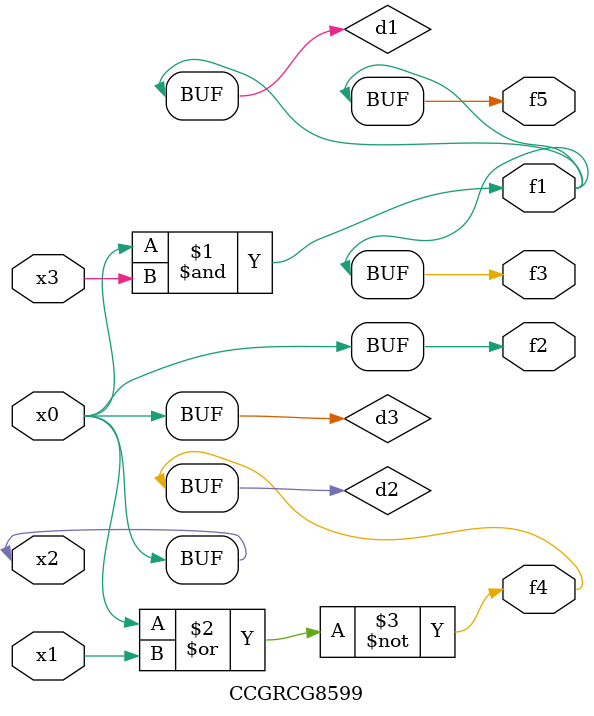
<source format=v>
module CCGRCG8599(
	input x0, x1, x2, x3,
	output f1, f2, f3, f4, f5
);

	wire d1, d2, d3;

	and (d1, x2, x3);
	nor (d2, x0, x1);
	buf (d3, x0, x2);
	assign f1 = d1;
	assign f2 = d3;
	assign f3 = d1;
	assign f4 = d2;
	assign f5 = d1;
endmodule

</source>
